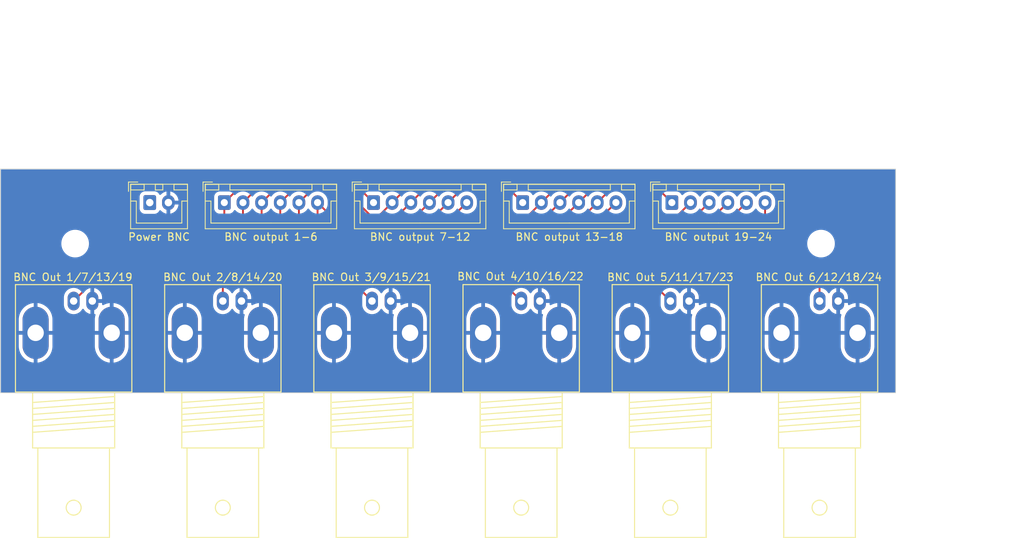
<source format=kicad_pcb>
(kicad_pcb (version 20221018) (generator pcbnew)
  (layers (0 "F.Cu" signal) (31 "B.Cu" signal) (34 "B.Paste" user) (35 "F.Paste" user) (36 "B.SilkS" user "B.Silkscreen") (37 "F.SilkS" user "F.Silkscreen") (38 "B.Mask" user) (39 "F.Mask" user) (44 "Edge.Cuts" user))
  (net 0 "")
  (net 1 "Blanking_Out1")
  (net 2 "Blanking_Out2")
  (net 3 "Blanking_Out3")
  (net 4 "Blanking_Out4")
  (net 5 "Blanking_Out5")
  (net 6 "Blanking_Out6")
  (net 7 "GNDREF")
  (net 8 "5V")
  (footprint "Maxime:BNC_Socket_TYCO-AMP_LargePads" (layer "F.Cu") (at 139.8 77.7 180)
    (fp_text reference "J6" hide)
    (fp_text value "BNC Out 5/11/17/23" (at 0 8.2) (layer "F.SilkS"))
    (fp_line (start -7.80034 -7.2009) (end -7.80034 7.2009) (stroke (width 0.15)) (layer "F.SilkS"))
    (fp_line (start -7.80034 7.2009) (end 7.80034 7.2009) (stroke (width 0.15)) (layer "F.SilkS"))
    (fp_line (start -5.4991 -14.69898) (end -5.4991 -7.2009) (stroke (width 0.15)) (layer "F.SilkS"))
    (fp_line (start -5.4991 -11.80084) (end 5.4991 -12.60094) (stroke (width 0.15)) (layer "F.SilkS"))
    (fp_line (start -5.4991 -11.00074) (end 5.4991 -11.80084) (stroke (width 0.15)) (layer "F.SilkS"))
    (fp_line (start -5.4991 -10.20064) (end 5.4991 -11.00074) (stroke (width 0.15)) (layer "F.SilkS"))
    (fp_line (start -5.4991 -9.40054) (end 5.4991 -10.20064) (stroke (width 0.15)) (layer "F.SilkS"))
    (fp_line (start -5.4991 -8.60044) (end 5.4991 -9.40054) (stroke (width 0.15)) (layer "F.SilkS"))
    (fp_line (start -5.4991 -7.80034) (end 5.4991 -8.60044) (stroke (width 0.15)) (layer "F.SilkS"))
    (fp_line (start -4.8006 -26.70048) (end -4.8006 -14.69898) (stroke (width 0.15)) (layer "F.SilkS"))
    (fp_line (start 4.8006 -26.70048) (end -4.8006 -26.70048) (stroke (width 0.15)) (layer "F.SilkS"))
    (fp_line (start 4.8006 -14.69898) (end 4.8006 -26.70048) (stroke (width 0.15)) (layer "F.SilkS"))
    (fp_line (start 5.4991 -14.69898) (end -5.4991 -14.69898) (stroke (width 0.15)) (layer "F.SilkS"))
    (fp_line (start 5.4991 -7.2009) (end 5.4991 -14.69898) (stroke (width 0.15)) (layer "F.SilkS"))
    (fp_line (start 7.80034 -7.2009) (end -7.80034 -7.2009) (stroke (width 0.15)) (layer "F.SilkS"))
    (fp_line (start 7.80034 7.2009) (end 7.80034 -7.2009) (stroke (width 0.15)) (layer "F.SilkS"))
    (fp_circle (center 0 -22.69998) (end 1.00076 -22.69998) (stroke (width 0.15)) (fill none) (layer "F.SilkS"))
    (pad "1" thru_hole oval (at 0 5.00126 180) (size 1.6002 2.49936) (drill 1.00076) (layers "*.Cu" "*.Mask") (net 5 "Blanking_Out5"))
    (pad "2" thru_hole oval (at -5.09778 0.7366 180) (size 3.50012 7.00024) (drill 2.19964) (layers "*.Cu" "*.Mask") (net 7 "GNDREF"))
    (pad "2" thru_hole oval (at -2.49936 5.00126 180) (size 1.6002 2.49936) (drill 1.00076) (layers "*.Cu" "*.Mask") (net 7 "GNDREF"))
    (pad "2" thru_hole oval (at 5.10032 0.7366 180) (size 3.50012 7.00024) (drill 2.19964) (layers "*.Cu" "*.Mask") (net 7 "GNDREF"))
  )
  (footprint "Connector_JST:JST_XH_B6B-XH-A_1x06_P2.50mm_Vertical" (layer "F.Cu") (at 140 59.5)
    (fp_text reference "J10")
    (fp_text value "BNC output 19-24" (at 6.25 4.6) (layer "F.SilkS"))
    (fp_line (start -2.85 -2.75) (end -2.85 -1.5) (stroke (width 0.12)) (layer "F.SilkS"))
    (fp_line (start -2.56 -2.46) (end -2.56 3.51) (stroke (width 0.12)) (layer "F.SilkS"))
    (fp_line (start -2.56 3.51) (end 15.06 3.51) (stroke (width 0.12)) (layer "F.SilkS"))
    (fp_line (start -2.55 -2.45) (end -2.55 -1.7) (stroke (width 0.12)) (layer "F.SilkS"))
    (fp_line (start -2.55 -1.7) (end -0.75 -1.7) (stroke (width 0.12)) (layer "F.SilkS"))
    (fp_line (start -2.55 -0.2) (end -1.8 -0.2) (stroke (width 0.12)) (layer "F.SilkS"))
    (fp_line (start -1.8 -0.2) (end -1.8 2.75) (stroke (width 0.12)) (layer "F.SilkS"))
    (fp_line (start -1.8 2.75) (end 6.25 2.75) (stroke (width 0.12)) (layer "F.SilkS"))
    (fp_line (start -1.6 -2.75) (end -2.85 -2.75) (stroke (width 0.12)) (layer "F.SilkS"))
    (fp_line (start -0.75 -2.45) (end -2.55 -2.45) (stroke (width 0.12)) (layer "F.SilkS"))
    (fp_line (start -0.75 -1.7) (end -0.75 -2.45) (stroke (width 0.12)) (layer "F.SilkS"))
    (fp_line (start 0.75 -2.45) (end 0.75 -1.7) (stroke (width 0.12)) (layer "F.SilkS"))
    (fp_line (start 0.75 -1.7) (end 11.75 -1.7) (stroke (width 0.12)) (layer "F.SilkS"))
    (fp_line (start 11.75 -2.45) (end 0.75 -2.45) (stroke (width 0.12)) (layer "F.SilkS"))
    (fp_line (start 11.75 -1.7) (end 11.75 -2.45) (stroke (width 0.12)) (layer "F.SilkS"))
    (fp_line (start 13.25 -2.45) (end 13.25 -1.7) (stroke (width 0.12)) (layer "F.SilkS"))
    (fp_line (start 13.25 -1.7) (end 15.05 -1.7) (stroke (width 0.12)) (layer "F.SilkS"))
    (fp_line (start 14.3 -0.2) (end 14.3 2.75) (stroke (width 0.12)) (layer "F.SilkS"))
    (fp_line (start 14.3 2.75) (end 6.25 2.75) (stroke (width 0.12)) (layer "F.SilkS"))
    (fp_line (start 15.05 -2.45) (end 13.25 -2.45) (stroke (width 0.12)) (layer "F.SilkS"))
    (fp_line (start 15.05 -1.7) (end 15.05 -2.45) (stroke (width 0.12)) (layer "F.SilkS"))
    (fp_line (start 15.05 -0.2) (end 14.3 -0.2) (stroke (width 0.12)) (layer "F.SilkS"))
    (fp_line (start 15.06 -2.46) (end -2.56 -2.46) (stroke (width 0.12)) (layer "F.SilkS"))
    (fp_line (start 15.06 3.51) (end 15.06 -2.46) (stroke (width 0.12)) (layer "F.SilkS"))
    (pad "1" thru_hole roundrect (at 0 0) (size 1.7 1.95) (drill 0.95) (layers "*.Cu" "*.Mask") (roundrect_rratio 0.147059) (net 1 "Blanking_Out1"))
    (pad "2" thru_hole oval (at 2.5 0) (size 1.7 1.95) (drill 0.95) (layers "*.Cu" "*.Mask") (net 2 "Blanking_Out2"))
    (pad "3" thru_hole oval (at 5 0) (size 1.7 1.95) (drill 0.95) (layers "*.Cu" "*.Mask") (net 3 "Blanking_Out3"))
    (pad "4" thru_hole oval (at 7.5 0) (size 1.7 1.95) (drill 0.95) (layers "*.Cu" "*.Mask") (net 4 "Blanking_Out4"))
    (pad "5" thru_hole oval (at 10 0) (size 1.7 1.95) (drill 0.95) (layers "*.Cu" "*.Mask") (net 5 "Blanking_Out5"))
    (pad "6" thru_hole oval (at 12.5 0) (size 1.7 1.95) (drill 0.95) (layers "*.Cu" "*.Mask") (net 6 "Blanking_Out6"))
  )
  (footprint "Maxime:BNC_Socket_TYCO-AMP_LargePads" (layer "F.Cu") (at 159.8 77.7 180)
    (fp_text reference "J7" hide)
    (fp_text value "BNC Out 6/12/18/24" (at 0.1 8.2) (layer "F.SilkS"))
    (fp_line (start -7.80034 -7.2009) (end -7.80034 7.2009) (stroke (width 0.15)) (layer "F.SilkS"))
    (fp_line (start -7.80034 7.2009) (end 7.80034 7.2009) (stroke (width 0.15)) (layer "F.SilkS"))
    (fp_line (start -5.4991 -14.69898) (end -5.4991 -7.2009) (stroke (width 0.15)) (layer "F.SilkS"))
    (fp_line (start -5.4991 -11.80084) (end 5.4991 -12.60094) (stroke (width 0.15)) (layer "F.SilkS"))
    (fp_line (start -5.4991 -11.00074) (end 5.4991 -11.80084) (stroke (width 0.15)) (layer "F.SilkS"))
    (fp_line (start -5.4991 -10.20064) (end 5.4991 -11.00074) (stroke (width 0.15)) (layer "F.SilkS"))
    (fp_line (start -5.4991 -9.40054) (end 5.4991 -10.20064) (stroke (width 0.15)) (layer "F.SilkS"))
    (fp_line (start -5.4991 -8.60044) (end 5.4991 -9.40054) (stroke (width 0.15)) (layer "F.SilkS"))
    (fp_line (start -5.4991 -7.80034) (end 5.4991 -8.60044) (stroke (width 0.15)) (layer "F.SilkS"))
    (fp_line (start -4.8006 -26.70048) (end -4.8006 -14.69898) (stroke (width 0.15)) (layer "F.SilkS"))
    (fp_line (start 4.8006 -26.70048) (end -4.8006 -26.70048) (stroke (width 0.15)) (layer "F.SilkS"))
    (fp_line (start 4.8006 -14.69898) (end 4.8006 -26.70048) (stroke (width 0.15)) (layer "F.SilkS"))
    (fp_line (start 5.4991 -14.69898) (end -5.4991 -14.69898) (stroke (width 0.15)) (layer "F.SilkS"))
    (fp_line (start 5.4991 -7.2009) (end 5.4991 -14.69898) (stroke (width 0.15)) (layer "F.SilkS"))
    (fp_line (start 7.80034 -7.2009) (end -7.80034 -7.2009) (stroke (width 0.15)) (layer "F.SilkS"))
    (fp_line (start 7.80034 7.2009) (end 7.80034 -7.2009) (stroke (width 0.15)) (layer "F.SilkS"))
    (fp_circle (center 0 -22.69998) (end 1.00076 -22.69998) (stroke (width 0.15)) (fill none) (layer "F.SilkS"))
    (pad "1" thru_hole oval (at 0 5.00126 180) (size 1.6002 2.49936) (drill 1.00076) (layers "*.Cu" "*.Mask") (net 6 "Blanking_Out6"))
    (pad "2" thru_hole oval (at -5.09778 0.7366 180) (size 3.50012 7.00024) (drill 2.19964) (layers "*.Cu" "*.Mask") (net 7 "GNDREF"))
    (pad "2" thru_hole oval (at -2.49936 5.00126 180) (size 1.6002 2.49936) (drill 1.00076) (layers "*.Cu" "*.Mask") (net 7 "GNDREF"))
    (pad "2" thru_hole oval (at 5.10032 0.7366 180) (size 3.50012 7.00024) (drill 2.19964) (layers "*.Cu" "*.Mask") (net 7 "GNDREF"))
  )
  (footprint "MountingHole:MountingHole_3.2mm_M3" (layer "F.Cu") (at 60 65)
    (fp_text reference "REF**")
    (fp_text value "MountingHole_3.2mm_M3")
    (pad "" np_thru_hole circle (at 0 0) (size 3.2 3.2) (drill 3.2) (layers "*.Cu" "*.Mask"))
  )
  (footprint "Maxime:BNC_Socket_TYCO-AMP_LargePads" (layer "F.Cu") (at 119.8 77.7 180)
    (fp_text reference "J5" hide)
    (fp_text value "BNC Out 4/10/16/22" (at 0.1 8.3) (layer "F.SilkS"))
    (fp_line (start -7.80034 -7.2009) (end -7.80034 7.2009) (stroke (width 0.15)) (layer "F.SilkS"))
    (fp_line (start -7.80034 7.2009) (end 7.80034 7.2009) (stroke (width 0.15)) (layer "F.SilkS"))
    (fp_line (start -5.4991 -14.69898) (end -5.4991 -7.2009) (stroke (width 0.15)) (layer "F.SilkS"))
    (fp_line (start -5.4991 -11.80084) (end 5.4991 -12.60094) (stroke (width 0.15)) (layer "F.SilkS"))
    (fp_line (start -5.4991 -11.00074) (end 5.4991 -11.80084) (stroke (width 0.15)) (layer "F.SilkS"))
    (fp_line (start -5.4991 -10.20064) (end 5.4991 -11.00074) (stroke (width 0.15)) (layer "F.SilkS"))
    (fp_line (start -5.4991 -9.40054) (end 5.4991 -10.20064) (stroke (width 0.15)) (layer "F.SilkS"))
    (fp_line (start -5.4991 -8.60044) (end 5.4991 -9.40054) (stroke (width 0.15)) (layer "F.SilkS"))
    (fp_line (start -5.4991 -7.80034) (end 5.4991 -8.60044) (stroke (width 0.15)) (layer "F.SilkS"))
    (fp_line (start -4.8006 -26.70048) (end -4.8006 -14.69898) (stroke (width 0.15)) (layer "F.SilkS"))
    (fp_line (start 4.8006 -26.70048) (end -4.8006 -26.70048) (stroke (width 0.15)) (layer "F.SilkS"))
    (fp_line (start 4.8006 -14.69898) (end 4.8006 -26.70048) (stroke (width 0.15)) (layer "F.SilkS"))
    (fp_line (start 5.4991 -14.69898) (end -5.4991 -14.69898) (stroke (width 0.15)) (layer "F.SilkS"))
    (fp_line (start 5.4991 -7.2009) (end 5.4991 -14.69898) (stroke (width 0.15)) (layer "F.SilkS"))
    (fp_line (start 7.80034 -7.2009) (end -7.80034 -7.2009) (stroke (width 0.15)) (layer "F.SilkS"))
    (fp_line (start 7.80034 7.2009) (end 7.80034 -7.2009) (stroke (width 0.15)) (layer "F.SilkS"))
    (fp_circle (center 0 -22.69998) (end 1.00076 -22.69998) (stroke (width 0.15)) (fill none) (layer "F.SilkS"))
    (pad "1" thru_hole oval (at 0 5.00126 180) (size 1.6002 2.49936) (drill 1.00076) (layers "*.Cu" "*.Mask") (net 4 "Blanking_Out4"))
    (pad "2" thru_hole oval (at -5.09778 0.7366 180) (size 3.50012 7.00024) (drill 2.19964) (layers "*.Cu" "*.Mask") (net 7 "GNDREF"))
    (pad "2" thru_hole oval (at -2.49936 5.00126 180) (size 1.6002 2.49936) (drill 1.00076) (layers "*.Cu" "*.Mask") (net 7 "GNDREF"))
    (pad "2" thru_hole oval (at 5.10032 0.7366 180) (size 3.50012 7.00024) (drill 2.19964) (layers "*.Cu" "*.Mask") (net 7 "GNDREF"))
  )
  (footprint "Maxime:BNC_Socket_TYCO-AMP_LargePads" (layer "F.Cu") (at 79.8 77.7 180)
    (fp_text reference "J3" hide)
    (fp_text value "BNC Out 2/8/14/20" (at 0 8.2) (layer "F.SilkS"))
    (fp_line (start -7.80034 -7.2009) (end -7.80034 7.2009) (stroke (width 0.15)) (layer "F.SilkS"))
    (fp_line (start -7.80034 7.2009) (end 7.80034 7.2009) (stroke (width 0.15)) (layer "F.SilkS"))
    (fp_line (start -5.4991 -14.69898) (end -5.4991 -7.2009) (stroke (width 0.15)) (layer "F.SilkS"))
    (fp_line (start -5.4991 -11.80084) (end 5.4991 -12.60094) (stroke (width 0.15)) (layer "F.SilkS"))
    (fp_line (start -5.4991 -11.00074) (end 5.4991 -11.80084) (stroke (width 0.15)) (layer "F.SilkS"))
    (fp_line (start -5.4991 -10.20064) (end 5.4991 -11.00074) (stroke (width 0.15)) (layer "F.SilkS"))
    (fp_line (start -5.4991 -9.40054) (end 5.4991 -10.20064) (stroke (width 0.15)) (layer "F.SilkS"))
    (fp_line (start -5.4991 -8.60044) (end 5.4991 -9.40054) (stroke (width 0.15)) (layer "F.SilkS"))
    (fp_line (start -5.4991 -7.80034) (end 5.4991 -8.60044) (stroke (width 0.15)) (layer "F.SilkS"))
    (fp_line (start -4.8006 -26.70048) (end -4.8006 -14.69898) (stroke (width 0.15)) (layer "F.SilkS"))
    (fp_line (start 4.8006 -26.70048) (end -4.8006 -26.70048) (stroke (width 0.15)) (layer "F.SilkS"))
    (fp_line (start 4.8006 -14.69898) (end 4.8006 -26.70048) (stroke (width 0.15)) (layer "F.SilkS"))
    (fp_line (start 5.4991 -14.69898) (end -5.4991 -14.69898) (stroke (width 0.15)) (layer "F.SilkS"))
    (fp_line (start 5.4991 -7.2009) (end 5.4991 -14.69898) (stroke (width 0.15)) (layer "F.SilkS"))
    (fp_line (start 7.80034 -7.2009) (end -7.80034 -7.2009) (stroke (width 0.15)) (layer "F.SilkS"))
    (fp_line (start 7.80034 7.2009) (end 7.80034 -7.2009) (stroke (width 0.15)) (layer "F.SilkS"))
    (fp_circle (center 0 -22.69998) (end 1.00076 -22.69998) (stroke (width 0.15)) (fill none) (layer "F.SilkS"))
    (pad "1" thru_hole oval (at 0 5.00126 180) (size 1.6002 2.49936) (drill 1.00076) (layers "*.Cu" "*.Mask") (net 2 "Blanking_Out2"))
    (pad "2" thru_hole oval (at -5.09778 0.7366 180) (size 3.50012 7.00024) (drill 2.19964) (layers "*.Cu" "*.Mask") (net 7 "GNDREF"))
    (pad "2" thru_hole oval (at -2.49936 5.00126 180) (size 1.6002 2.49936) (drill 1.00076) (layers "*.Cu" "*.Mask") (net 7 "GNDREF"))
    (pad "2" thru_hole oval (at 5.10032 0.7366 180) (size 3.50012 7.00024) (drill 2.19964) (layers "*.Cu" "*.Mask") (net 7 "GNDREF"))
  )
  (footprint "Connector_JST:JST_XH_B6B-XH-A_1x06_P2.50mm_Vertical" (layer "F.Cu") (at 80 59.5)
    (fp_text reference "J1")
    (fp_text value "BNC output 1-6" (at 6.25 4.6) (layer "F.SilkS"))
    (fp_line (start -2.85 -2.75) (end -2.85 -1.5) (stroke (width 0.12)) (layer "F.SilkS"))
    (fp_line (start -2.56 -2.46) (end -2.56 3.51) (stroke (width 0.12)) (layer "F.SilkS"))
    (fp_line (start -2.56 3.51) (end 15.06 3.51) (stroke (width 0.12)) (layer "F.SilkS"))
    (fp_line (start -2.55 -2.45) (end -2.55 -1.7) (stroke (width 0.12)) (layer "F.SilkS"))
    (fp_line (start -2.55 -1.7) (end -0.75 -1.7) (stroke (width 0.12)) (layer "F.SilkS"))
    (fp_line (start -2.55 -0.2) (end -1.8 -0.2) (stroke (width 0.12)) (layer "F.SilkS"))
    (fp_line (start -1.8 -0.2) (end -1.8 2.75) (stroke (width 0.12)) (layer "F.SilkS"))
    (fp_line (start -1.8 2.75) (end 6.25 2.75) (stroke (width 0.12)) (layer "F.SilkS"))
    (fp_line (start -1.6 -2.75) (end -2.85 -2.75) (stroke (width 0.12)) (layer "F.SilkS"))
    (fp_line (start -0.75 -2.45) (end -2.55 -2.45) (stroke (width 0.12)) (layer "F.SilkS"))
    (fp_line (start -0.75 -1.7) (end -0.75 -2.45) (stroke (width 0.12)) (layer "F.SilkS"))
    (fp_line (start 0.75 -2.45) (end 0.75 -1.7) (stroke (width 0.12)) (layer "F.SilkS"))
    (fp_line (start 0.75 -1.7) (end 11.75 -1.7) (stroke (width 0.12)) (layer "F.SilkS"))
    (fp_line (start 11.75 -2.45) (end 0.75 -2.45) (stroke (width 0.12)) (layer "F.SilkS"))
    (fp_line (start 11.75 -1.7) (end 11.75 -2.45) (stroke (width 0.12)) (layer "F.SilkS"))
    (fp_line (start 13.25 -2.45) (end 13.25 -1.7) (stroke (width 0.12)) (layer "F.SilkS"))
    (fp_line (start 13.25 -1.7) (end 15.05 -1.7) (stroke (width 0.12)) (layer "F.SilkS"))
    (fp_line (start 14.3 -0.2) (end 14.3 2.75) (stroke (width 0.12)) (layer "F.SilkS"))
    (fp_line (start 14.3 2.75) (end 6.25 2.75) (stroke (width 0.12)) (layer "F.SilkS"))
    (fp_line (start 15.05 -2.45) (end 13.25 -2.45) (stroke (width 0.12)) (layer "F.SilkS"))
    (fp_line (start 15.05 -1.7) (end 15.05 -2.45) (stroke (width 0.12)) (layer "F.SilkS"))
    (fp_line (start 15.05 -0.2) (end 14.3 -0.2) (stroke (width 0.12)) (layer "F.SilkS"))
    (fp_line (start 15.06 -2.46) (end -2.56 -2.46) (stroke (width 0.12)) (layer "F.SilkS"))
    (fp_line (start 15.06 3.51) (end 15.06 -2.46) (stroke (width 0.12)) (layer "F.SilkS"))
    (pad "1" thru_hole roundrect (at 0 0) (size 1.7 1.95) (drill 0.95) (layers "*.Cu" "*.Mask") (roundrect_rratio 0.1470588235) (net 1 "Blanking_Out1"))
    (pad "2" thru_hole oval (at 2.5 0) (size 1.7 1.95) (drill 0.95) (layers "*.Cu" "*.Mask") (net 2 "Blanking_Out2"))
    (pad "3" thru_hole oval (at 5 0) (size 1.7 1.95) (drill 0.95) (layers "*.Cu" "*.Mask") (net 3 "Blanking_Out3"))
    (pad "4" thru_hole oval (at 7.5 0) (size 1.7 1.95) (drill 0.95) (layers "*.Cu" "*.Mask") (net 4 "Blanking_Out4"))
    (pad "5" thru_hole oval (at 10 0) (size 1.7 1.95) (drill 0.95) (layers "*.Cu" "*.Mask") (net 5 "Blanking_Out5"))
    (pad "6" thru_hole oval (at 12.5 0) (size 1.7 1.95) (drill 0.95) (layers "*.Cu" "*.Mask") (net 6 "Blanking_Out6"))
  )
  (footprint "MountingHole:MountingHole_3.2mm_M3" (layer "F.Cu") (at 160 65)
    (fp_text reference "REF**")
    (fp_text value "MountingHole_3.2mm_M3")
    (pad "" np_thru_hole circle (at 0 0) (size 3.2 3.2) (drill 3.2) (layers "*.Cu" "*.Mask"))
  )
  (footprint "Maxime:BNC_Socket_TYCO-AMP_LargePads" (layer "F.Cu") (at 99.8 77.7 180)
    (fp_text reference "J4" hide)
    (fp_text value "BNC Out 3/9/15/21" (at 0.1 8.2) (layer "F.SilkS"))
    (fp_line (start -7.80034 -7.2009) (end -7.80034 7.2009) (stroke (width 0.15)) (layer "F.SilkS"))
    (fp_line (start -7.80034 7.2009) (end 7.80034 7.2009) (stroke (width 0.15)) (layer "F.SilkS"))
    (fp_line (start -5.4991 -14.69898) (end -5.4991 -7.2009) (stroke (width 0.15)) (layer "F.SilkS"))
    (fp_line (start -5.4991 -11.80084) (end 5.4991 -12.60094) (stroke (width 0.15)) (layer "F.SilkS"))
    (fp_line (start -5.4991 -11.00074) (end 5.4991 -11.80084) (stroke (width 0.15)) (layer "F.SilkS"))
    (fp_line (start -5.4991 -10.20064) (end 5.4991 -11.00074) (stroke (width 0.15)) (layer "F.SilkS"))
    (fp_line (start -5.4991 -9.40054) (end 5.4991 -10.20064) (stroke (width 0.15)) (layer "F.SilkS"))
    (fp_line (start -5.4991 -8.60044) (end 5.4991 -9.40054) (stroke (width 0.15)) (layer "F.SilkS"))
    (fp_line (start -5.4991 -7.80034) (end 5.4991 -8.60044) (stroke (width 0.15)) (layer "F.SilkS"))
    (fp_line (start -4.8006 -26.70048) (end -4.8006 -14.69898) (stroke (width 0.15)) (layer "F.SilkS"))
    (fp_line (start 4.8006 -26.70048) (end -4.8006 -26.70048) (stroke (width 0.15)) (layer "F.SilkS"))
    (fp_line (start 4.8006 -14.69898) (end 4.8006 -26.70048) (stroke (width 0.15)) (layer "F.SilkS"))
    (fp_line (start 5.4991 -14.69898) (end -5.4991 -14.69898) (stroke (width 0.15)) (layer "F.SilkS"))
    (fp_line (start 5.4991 -7.2009) (end 5.4991 -14.69898) (stroke (width 0.15)) (layer "F.SilkS"))
    (fp_line (start 7.80034 -7.2009) (end -7.80034 -7.2009) (stroke (width 0.15)) (layer "F.SilkS"))
    (fp_line (start 7.80034 7.2009) (end 7.80034 -7.2009) (stroke (width 0.15)) (layer "F.SilkS"))
    (fp_circle (center 0 -22.69998) (end 1.00076 -22.69998) (stroke (width 0.15)) (fill none) (layer "F.SilkS"))
    (pad "1" thru_hole oval (at 0 5.00126 180) (size 1.6002 2.49936) (drill 1.00076) (layers "*.Cu" "*.Mask") (net 3 "Blanking_Out3"))
    (pad "2" thru_hole oval (at -5.09778 0.7366 180) (size 3.50012 7.00024) (drill 2.19964) (layers "*.Cu" "*.Mask") (net 7 "GNDREF"))
    (pad "2" thru_hole oval (at -2.49936 5.00126 180) (size 1.6002 2.49936) (drill 1.00076) (layers "*.Cu" "*.Mask") (net 7 "GNDREF"))
    (pad "2" thru_hole oval (at 5.10032 0.7366 180) (size 3.50012 7.00024) (drill 2.19964) (layers "*.Cu" "*.Mask") (net 7 "GNDREF"))
  )
  (footprint "Maxime:BNC_Socket_TYCO-AMP_LargePads" (layer "F.Cu") (at 59.8 77.7 180)
    (fp_text reference "J2" hide)
    (fp_text value "BNC Out 1/7/13/19" (at 0.1 8.2) (layer "F.SilkS"))
    (fp_line (start -7.80034 -7.2009) (end -7.80034 7.2009) (stroke (width 0.15)) (layer "F.SilkS"))
    (fp_line (start -7.80034 7.2009) (end 7.80034 7.2009) (stroke (width 0.15)) (layer "F.SilkS"))
    (fp_line (start -5.4991 -14.69898) (end -5.4991 -7.2009) (stroke (width 0.15)) (layer "F.SilkS"))
    (fp_line (start -5.4991 -11.80084) (end 5.4991 -12.60094) (stroke (width 0.15)) (layer "F.SilkS"))
    (fp_line (start -5.4991 -11.00074) (end 5.4991 -11.80084) (stroke (width 0.15)) (layer "F.SilkS"))
    (fp_line (start -5.4991 -10.20064) (end 5.4991 -11.00074) (stroke (width 0.15)) (layer "F.SilkS"))
    (fp_line (start -5.4991 -9.40054) (end 5.4991 -10.20064) (stroke (width 0.15)) (layer "F.SilkS"))
    (fp_line (start -5.4991 -8.60044) (end 5.4991 -9.40054) (stroke (width 0.15)) (layer "F.SilkS"))
    (fp_line (start -5.4991 -7.80034) (end 5.4991 -8.60044) (stroke (width 0.15)) (layer "F.SilkS"))
    (fp_line (start -4.8006 -26.70048) (end -4.8006 -14.69898) (stroke (width 0.15)) (layer "F.SilkS"))
    (fp_line (start 4.8006 -26.70048) (end -4.8006 -26.70048) (stroke (width 0.15)) (layer "F.SilkS"))
    (fp_line (start 4.8006 -14.69898) (end 4.8006 -26.70048) (stroke (width 0.15)) (layer "F.SilkS"))
    (fp_line (start 5.4991 -14.69898) (end -5.4991 -14.69898) (stroke (width 0.15)) (layer "F.SilkS"))
    (fp_line (start 5.4991 -7.2009) (end 5.4991 -14.69898) (stroke (width 0.15)) (layer "F.SilkS"))
    (fp_line (start 7.80034 -7.2009) (end -7.80034 -7.2009) (stroke (width 0.15)) (layer "F.SilkS"))
    (fp_line (start 7.80034 7.2009) (end 7.80034 -7.2009) (stroke (width 0.15)) (layer "F.SilkS"))
    (fp_circle (center 0 -22.69998) (end 1.00076 -22.69998) (stroke (width 0.15)) (fill none) (layer "F.SilkS"))
    (pad "1" thru_hole oval (at 0 5.00126 180) (size 1.6002 2.49936) (drill 1.00076) (layers "*.Cu" "*.Mask") (net 1 "Blanking_Out1"))
    (pad "2" thru_hole oval (at -5.09778 0.7366 180) (size 3.50012 7.00024) (drill 2.19964) (layers "*.Cu" "*.Mask") (net 7 "GNDREF"))
    (pad "2" thru_hole oval (at -2.49936 5.00126 180) (size 1.6002 2.49936) (drill 1.00076) (layers "*.Cu" "*.Mask") (net 7 "GNDREF"))
    (pad "2" thru_hole oval (at 5.10032 0.7366 180) (size 3.50012 7.00024) (drill 2.19964) (layers "*.Cu" "*.Mask") (net 7 "GNDREF"))
  )
  (footprint "Connector_JST:JST_XH_B6B-XH-A_1x06_P2.50mm_Vertical" (layer "F.Cu") (at 100 59.5)
    (fp_text reference "J8")
    (fp_text value "BNC output 7-12" (at 6.25 4.6) (layer "F.SilkS"))
    (fp_line (start -2.85 -2.75) (end -2.85 -1.5) (stroke (width 0.12)) (layer "F.SilkS"))
    (fp_line (start -2.56 -2.46) (end -2.56 3.51) (stroke (width 0.12)) (layer "F.SilkS"))
    (fp_line (start -2.56 3.51) (end 15.06 3.51) (stroke (width 0.12)) (layer "F.SilkS"))
    (fp_line (start -2.55 -2.45) (end -2.55 -1.7) (stroke (width 0.12)) (layer "F.SilkS"))
    (fp_line (start -2.55 -1.7) (end -0.75 -1.7) (stroke (width 0.12)) (layer "F.SilkS"))
    (fp_line (start -2.55 -0.2) (end -1.8 -0.2) (stroke (width 0.12)) (layer "F.SilkS"))
    (fp_line (start -1.8 -0.2) (end -1.8 2.75) (stroke (width 0.12)) (layer "F.SilkS"))
    (fp_line (start -1.8 2.75) (end 6.25 2.75) (stroke (width 0.12)) (layer "F.SilkS"))
    (fp_line (start -1.6 -2.75) (end -2.85 -2.75) (stroke (width 0.12)) (layer "F.SilkS"))
    (fp_line (start -0.75 -2.45) (end -2.55 -2.45) (stroke (width 0.12)) (layer "F.SilkS"))
    (fp_line (start -0.75 -1.7) (end -0.75 -2.45) (stroke (width 0.12)) (layer "F.SilkS"))
    (fp_line (start 0.75 -2.45) (end 0.75 -1.7) (stroke (width 0.12)) (layer "F.SilkS"))
    (fp_line (start 0.75 -1.7) (end 11.75 -1.7) (stroke (width 0.12)) (layer "F.SilkS"))
    (fp_line (start 11.75 -2.45) (end 0.75 -2.45) (stroke (width 0.12)) (layer "F.SilkS"))
    (fp_line (start 11.75 -1.7) (end 11.75 -2.45) (stroke (width 0.12)) (layer "F.SilkS"))
    (fp_line (start 13.25 -2.45) (end 13.25 -1.7) (stroke (width 0.12)) (layer "F.SilkS"))
    (fp_line (start 13.25 -1.7) (end 15.05 -1.7) (stroke (width 0.12)) (layer "F.SilkS"))
    (fp_line (start 14.3 -0.2) (end 14.3 2.75) (stroke (width 0.12)) (layer "F.SilkS"))
    (fp_line (start 14.3 2.75) (end 6.25 2.75) (stroke (width 0.12)) (layer "F.SilkS"))
    (fp_line (start 15.05 -2.45) (end 13.25 -2.45) (stroke (width 0.12)) (layer "F.SilkS"))
    (fp_line (start 15.05 -1.7) (end 15.05 -2.45) (stroke (width 0.12)) (layer "F.SilkS"))
    (fp_line (start 15.05 -0.2) (end 14.3 -0.2) (stroke (width 0.12)) (layer "F.SilkS"))
    (fp_line (start 15.06 -2.46) (end -2.56 -2.46) (stroke (width 0.12)) (layer "F.SilkS"))
    (fp_line (start 15.06 3.51) (end 15.06 -2.46) (stroke (width 0.12)) (layer "F.SilkS"))
    (pad "1" thru_hole roundrect (at 0 0) (size 1.7 1.95) (drill 0.95) (layers "*.Cu" "*.Mask") (roundrect_rratio 0.1470588235) (net 1 "Blanking_Out1"))
    (pad "2" thru_hole oval (at 2.5 0) (size 1.7 1.95) (drill 0.95) (layers "*.Cu" "*.Mask") (net 2 "Blanking_Out2"))
    (pad "3" thru_hole oval (at 5 0) (size 1.7 1.95) (drill 0.95) (layers "*.Cu" "*.Mask") (net 3 "Blanking_Out3"))
    (pad "4" thru_hole oval (at 7.5 0) (size 1.7 1.95) (drill 0.95) (layers "*.Cu" "*.Mask") (net 4 "Blanking_Out4"))
    (pad "5" thru_hole oval (at 10 0) (size 1.7 1.95) (drill 0.95) (layers "*.Cu" "*.Mask") (net 5 "Blanking_Out5"))
    (pad "6" thru_hole oval (at 12.5 0) (size 1.7 1.95) (drill 0.95) (layers "*.Cu" "*.Mask") (net 6 "Blanking_Out6"))
  )
  (footprint "Connector_JST:JST_XH_B6B-XH-A_1x06_P2.50mm_Vertical" (layer "F.Cu") (at 120 59.5)
    (fp_text reference "J9")
    (fp_text value "BNC output 13-18" (at 6.25 4.6) (layer "F.SilkS"))
    (fp_line (start -2.85 -2.75) (end -2.85 -1.5) (stroke (width 0.12)) (layer "F.SilkS"))
    (fp_line (start -2.56 -2.46) (end -2.56 3.51) (stroke (width 0.12)) (layer "F.SilkS"))
    (fp_line (start -2.56 3.51) (end 15.06 3.51) (stroke (width 0.12)) (layer "F.SilkS"))
    (fp_line (start -2.55 -2.45) (end -2.55 -1.7) (stroke (width 0.12)) (layer "F.SilkS"))
    (fp_line (start -2.55 -1.7) (end -0.75 -1.7) (stroke (width 0.12)) (layer "F.SilkS"))
    (fp_line (start -2.55 -0.2) (end -1.8 -0.2) (stroke (width 0.12)) (layer "F.SilkS"))
    (fp_line (start -1.8 -0.2) (end -1.8 2.75) (stroke (width 0.12)) (layer "F.SilkS"))
    (fp_line (start -1.8 2.75) (end 6.25 2.75) (stroke (width 0.12)) (layer "F.SilkS"))
    (fp_line (start -1.6 -2.75) (end -2.85 -2.75) (stroke (width 0.12)) (layer "F.SilkS"))
    (fp_line (start -0.75 -2.45) (end -2.55 -2.45) (stroke (width 0.12)) (layer "F.SilkS"))
    (fp_line (start -0.75 -1.7) (end -0.75 -2.45) (stroke (width 0.12)) (layer "F.SilkS"))
    (fp_line (start 0.75 -2.45) (end 0.75 -1.7) (stroke (width 0.12)) (layer "F.SilkS"))
    (fp_line (start 0.75 -1.7) (end 11.75 -1.7) (stroke (width 0.12)) (layer "F.SilkS"))
    (fp_line (start 11.75 -2.45) (end 0.75 -2.45) (stroke (width 0.12)) (layer "F.SilkS"))
    (fp_line (start 11.75 -1.7) (end 11.75 -2.45) (stroke (width 0.12)) (layer "F.SilkS"))
    (fp_line (start 13.25 -2.45) (end 13.25 -1.7) (stroke (width 0.12)) (layer "F.SilkS"))
    (fp_line (start 13.25 -1.7) (end 15.05 -1.7) (stroke (width 0.12)) (layer "F.SilkS"))
    (fp_line (start 14.3 -0.2) (end 14.3 2.75) (stroke (width 0.12)) (layer "F.SilkS"))
    (fp_line (start 14.3 2.75) (end 6.25 2.75) (stroke (width 0.12)) (layer "F.SilkS"))
    (fp_line (start 15.05 -2.45) (end 13.25 -2.45) (stroke (width 0.12)) (layer "F.SilkS"))
    (fp_line (start 15.05 -1.7) (end 15.05 -2.45) (stroke (width 0.12)) (layer "F.SilkS"))
    (fp_line (start 15.05 -0.2) (end 14.3 -0.2) (stroke (width 0.12)) (layer "F.SilkS"))
    (fp_line (start 15.06 -2.46) (end -2.56 -2.46) (stroke (width 0.12)) (layer "F.SilkS"))
    (fp_line (start 15.06 3.51) (end 15.06 -2.46) (stroke (width 0.12)) (layer "F.SilkS"))
    (pad "1" thru_hole roundrect (at 0 0) (size 1.7 1.95) (drill 0.95) (layers "*.Cu" "*.Mask") (roundrect_rratio 0.1470588235) (net 1 "Blanking_Out1"))
    (pad "2" thru_hole oval (at 2.5 0) (size 1.7 1.95) (drill 0.95) (layers "*.Cu" "*.Mask") (net 2 "Blanking_Out2"))
    (pad "3" thru_hole oval (at 5 0) (size 1.7 1.95) (drill 0.95) (layers "*.Cu" "*.Mask") (net 3 "Blanking_Out3"))
    (pad "4" thru_hole oval (at 7.5 0) (size 1.7 1.95) (drill 0.95) (layers "*.Cu" "*.Mask") (net 4 "Blanking_Out4"))
    (pad "5" thru_hole oval (at 10 0) (size 1.7 1.95) (drill 0.95) (layers "*.Cu" "*.Mask") (net 5 "Blanking_Out5"))
    (pad "6" thru_hole oval (at 12.5 0) (size 1.7 1.95) (drill 0.95) (layers "*.Cu" "*.Mask") (net 6 "Blanking_Out6"))
  )
  (footprint "Connector_JST:JST_XH_B2B-XH-A_1x02_P2.50mm_Vertical" (layer "F.Cu") (at 70 59.5)
    (fp_text reference "J11")
    (fp_text value "Power BNC" (at 1.25 4.6) (layer "F.SilkS"))
    (fp_line (start -2.85 -2.75) (end -2.85 -1.5) (stroke (width 0.12)) (layer "F.SilkS"))
    (fp_line (start -2.56 -2.46) (end -2.56 3.51) (stroke (width 0.12)) (layer "F.SilkS"))
    (fp_line (start -2.56 3.51) (end 5.06 3.51) (stroke (width 0.12)) (layer "F.SilkS"))
    (fp_line (start -2.55 -2.45) (end -2.55 -1.7) (stroke (width 0.12)) (layer "F.SilkS"))
    (fp_line (start -2.55 -1.7) (end -0.75 -1.7) (stroke (width 0.12)) (layer "F.SilkS"))
    (fp_line (start -2.55 -0.2) (end -1.8 -0.2) (stroke (width 0.12)) (layer "F.SilkS"))
    (fp_line (start -1.8 -0.2) (end -1.8 2.75) (stroke (width 0.12)) (layer "F.SilkS"))
    (fp_line (start -1.8 2.75) (end 1.25 2.75) (stroke (width 0.12)) (layer "F.SilkS"))
    (fp_line (start -1.6 -2.75) (end -2.85 -2.75) (stroke (width 0.12)) (layer "F.SilkS"))
    (fp_line (start -0.75 -2.45) (end -2.55 -2.45) (stroke (width 0.12)) (layer "F.SilkS"))
    (fp_line (start -0.75 -1.7) (end -0.75 -2.45) (stroke (width 0.12)) (layer "F.SilkS"))
    (fp_line (start 0.75 -2.45) (end 0.75 -1.7) (stroke (width 0.12)) (layer "F.SilkS"))
    (fp_line (start 0.75 -1.7) (end 1.75 -1.7) (stroke (width 0.12)) (layer "F.SilkS"))
    (fp_line (start 1.75 -2.45) (end 0.75 -2.45) (stroke (width 0.12)) (layer "F.SilkS"))
    (fp_line (start 1.75 -1.7) (end 1.75 -2.45) (stroke (width 0.12)) (layer "F.SilkS"))
    (fp_line (start 3.25 -2.45) (end 3.25 -1.7) (stroke (width 0.12)) (layer "F.SilkS"))
    (fp_line (start 3.25 -1.7) (end 5.05 -1.7) (stroke (width 0.12)) (layer "F.SilkS"))
    (fp_line (start 4.3 -0.2) (end 4.3 2.75) (stroke (width 0.12)) (layer "F.SilkS"))
    (fp_line (start 4.3 2.75) (end 1.25 2.75) (stroke (width 0.12)) (layer "F.SilkS"))
    (fp_line (start 5.05 -2.45) (end 3.25 -2.45) (stroke (width 0.12)) (layer "F.SilkS"))
    (fp_line (start 5.05 -1.7) (end 5.05 -2.45) (stroke (width 0.12)) (layer "F.SilkS"))
    (fp_line (start 5.05 -0.2) (end 4.3 -0.2) (stroke (width 0.12)) (layer "F.SilkS"))
    (fp_line (start 5.06 -2.46) (end -2.56 -2.46) (stroke (width 0.12)) (layer "F.SilkS"))
    (fp_line (start 5.06 3.51) (end 5.06 -2.46) (stroke (width 0.12)) (layer "F.SilkS"))
    (pad "1" thru_hole roundrect (at 0 0) (size 1.7 2) (drill 1) (layers "*.Cu" "*.Mask") (roundrect_rratio 0.1470588235) (net 8 "5V"))
    (pad "2" thru_hole oval (at 2.5 0) (size 1.7 2) (drill 1) (layers "*.Cu" "*.Mask") (net 7 "GNDREF"))
  )
  (gr_rect (start 50 55) (end 170 85) (stroke (width 0.1)) (fill none) (layer "Edge.Cuts"))
  (segment (start 137.5 57) (end 140 59.5) (width 0.25) (layer "F.Cu") (net 1))
  (segment (start 100 59.5) (end 97.65 57.15) (width 0.25) (layer "F.Cu") (net 1))
  (segment (start 84.975 55.5) (end 85.525 55.5) (width 0.25) (layer "F.Cu") (net 1))
  (segment (start 133.125 55.5) (end 133.15 55.5) (width 0.25) (layer "F.Cu") (net 1))
  (segment (start 137.5 57) (end 136 55.5) (width 0.25) (layer "F.Cu") (net 1))
  (segment (start 66.59874 65.9) (end 77.375 65.9) (width 0.25) (layer "F.Cu") (net 1))
  (segment (start 116 55.5) (end 118.275 57.775) (width 0.25) (layer "F.Cu") (net 1))
  (segment (start 96 55.5) (end 97.65 57.15) (width 0.25) (layer "F.Cu") (net 1))
  (segment (start 94.975 55.5) (end 105.175 55.5) (width 0.25) (layer "F.Cu") (net 1))
  (segment (start 86.3 55.5) (end 88.9 55.5) (width 0.25) (layer "F.Cu") (net 1))
  (segment (start 115.35 55.5) (end 133.125 55.5) (width 0.25) (layer "F.Cu") (net 1))
  (segment (start 109.9 55.5) (end 113.7 55.5) (width 0.25) (layer "F.Cu") (net 1))
  (segment (start 82.3 57.2) (end 83.125 56.375) (width 0.25) (layer "F.Cu") (net 1))
  (segment (start 94.575 55.5) (end 94.975 55.5) (width 0.25) (layer "F.Cu") (net 1))
  (segment (start 136 55.5) (end 133.125 55.5) (width 0.25) (layer "F.Cu") (net 1))
  (segment (start 80 63.275) (end 80 59.5) (width 0.25) (layer "F.Cu") (net 1))
  (segment (start 120 59.5) (end 118.275 57.775) (width 0.25) (layer "F.Cu") (net 1))
  (segment (start 82.3 57.2) (end 84 55.5) (width 0.25) (layer "F.Cu") (net 1))
  (segment (start 133.15 55.5) (end 135.575 55.5) (width 0.25) (layer "F.Cu") (net 1))
  (segment (start 136.225 55.725) (end 137.5 57) (width 0.25) (layer "F.Cu") (net 1))
  (segment (start 80 59.5) (end 82.3 57.2) (width 0.25) (layer "F.Cu") (net 1))
  (segment (start 86.3 55.5) (end 94.575 55.5) (width 0.25) (layer "F.Cu") (net 1))
  (segment (start 113.7 55.5) (end 116 55.5) (width 0.25) (layer "F.Cu") (net 1))
  (segment (start 85.525 55.5) (end 86.3 55.5) (width 0.25) (layer "F.Cu") (net 1))
  (segment (start 105.175 55.5) (end 109.9 55.5) (width 0.25) (layer "F.Cu") (net 1))
  (segment (start 77.375 65.9) (end 80 63.275) (width 0.25) (layer "F.Cu") (net 1))
  (segment (start 115.8 55.5) (end 115.35 55.5) (width 0.25) (layer "F.Cu") (net 1))
  (segment (start 97.65 57.15) (end 96.8 56.3) (width 0.25) (layer "F.Cu") (net 1))
  (segment (start 94.575 55.5) (end 96 55.5) (width 0.25) (layer "F.Cu") (net 1))
  (segment (start 109.9 55.5) (end 111.3 55.5) (width 0.25) (layer "F.Cu") (net 1))
  (segment (start 133.15 55.5) (end 134.3 55.5) (width 0.25) (layer "F.Cu") (net 1))
  (segment (start 84 55.5) (end 85.525 55.5) (width 0.25) (layer "F.Cu") (net 1))
  (segment (start 118.275 57.775) (end 117.25 56.75) (width 0.25) (layer "F.Cu") (net 1))
  (segment (start 113.7 55.5) (end 115.35 55.5) (width 0.25) (layer "F.Cu") (net 1))
  (segment (start 59.8 72.69874) (end 66.59874 65.9) (width 0.25) (layer "F.Cu") (net 1))
  (segment (start 113.825 55.95) (end 119.175 61.3) (width 0.25) (layer "F.Cu") (net 2))
  (segment (start 102.5 59.5) (end 100.7 61.3) (width 0.25) (layer "F.Cu") (net 2))
  (segment (start 87.85 55.95) (end 94.311826 55.95) (width 0.25) (layer "F.Cu") (net 2))
  (segment (start 120.7 61.3) (end 122.5 59.5) (width 0.25) (layer "F.Cu") (net 2))
  (segment (start 138.95 61.3) (end 133.6 55.95) (width 0.25) (layer "F.Cu") (net 2))
  (segment (start 140.7 61.3) (end 138.95 61.3) (width 0.25) (layer "F.Cu") (net 2))
  (segment (start 82.5 59.5) (end 82.5 63.375) (width 0.25) (layer "F.Cu") (net 2))
  (segment (start 133.6 55.95) (end 126.05 55.95) (width 0.25) (layer "F.Cu") (net 2))
  (segment (start 99.661826 61.3) (end 100.375 61.3) (width 0.25) (layer "F.Cu") (net 2))
  (segment (start 82.5 59.5) (end 86.05 55.95) (width 0.25) (layer "F.Cu") (net 2))
  (segment (start 107.525 55.95) (end 113.825 55.95) (width 0.25) (layer "F.Cu") (net 2))
  (segment (start 119.175 61.3) (end 120.7 61.3) (width 0.25) (layer "F.Cu") (net 2))
  (segment (start 79.8 66.075) (end 79.8 72.69874) (width 0.25) (layer "F.Cu") (net 2))
  (segment (start 100.7 61.3) (end 100.375 61.3) (width 0.25) (layer "F.Cu") (net 2))
  (segment (start 126.05 55.95) (end 122.5 59.5) (width 0.25) (layer "F.Cu") (net 2))
  (segment (start 102.5 59.5) (end 106.05 55.95) (width 0.25) (layer "F.Cu") (net 2))
  (segment (start 106.05 55.95) (end 107.525 55.95) (width 0.25) (layer "F.Cu") (net 2))
  (segment (start 86.05 55.95) (end 87.85 55.95) (width 0.25) (layer "F.Cu") (net 2))
  (segment (start 142.5 59.5) (end 140.7 61.3) (width 0.25) (layer "F.Cu") (net 2))
  (segment (start 94.311826 55.95) (end 99.661826 61.3) (width 0.25) (layer "F.Cu") (net 2))
  (segment (start 122.5 60.3) (end 122.5 59.5) (width 0.25) (layer "F.Cu") (net 2))
  (segment (start 82.5 63.375) (end 79.8 66.075) (width 0.25) (layer "F.Cu") (net 2))
  (segment (start 133.413604 56.4) (end 128.1 56.4) (width 0.25) (layer "F.Cu") (net 3))
  (segment (start 99.47543 61.75) (end 94.12543 56.4) (width 0.25) (layer "F.Cu") (net 3))
  (segment (start 88.1 56.4) (end 89.2 56.4) (width 0.25) (layer "F.Cu") (net 3))
  (segment (start 99.8 71.7) (end 99.8 72.69874) (width 0.25) (layer "F.Cu") (net 3))
  (segment (start 108.1 56.4) (end 108.775 56.4) (width 0.25) (layer "F.Cu") (net 3))
  (segment (start 91.75 70.1) (end 93.85 70.1) (width 0.25) (layer "F.Cu") (net 3))
  (segment (start 113.638604 56.4) (end 108.775 56.4) (width 0.25) (layer "F.Cu") (net 3))
  (segment (start 125 59.5) (end 122.75 61.75) (width 0.25) (layer "F.Cu") (net 3))
  (segment (start 97.20126 70.1) (end 99.8 72.69874) (width 0.25) (layer "F.Cu") (net 3))
  (segment (start 122.75 61.75) (end 118.988604 61.75) (width 0.25) (layer "F.Cu") (net 3))
  (segment (start 118.988604 61.75) (end 113.638604 56.4) (width 0.25) (layer "F.Cu") (net 3))
  (segment (start 128.1 56.4) (end 125.318198 59.181802) (width 0.25) (layer "F.Cu") (net 3))
  (segment (start 94.12543 56.4) (end 89.2 56.4) (width 0.25) (layer "F.Cu") (net 3))
  (segment (start 85 59.5) (end 88.1 56.4) (width 0.25) (layer "F.Cu") (net 3))
  (segment (start 89.4625 67.8125) (end 90.8 69.15) (width 0.25) (layer "F.Cu") (net 3))
  (segment (start 85 59.5) (end 85 63.35) (width 0.25) (layer "F.Cu") (net 3))
  (segment (start 100.625 61.75) (end 99.47543 61.75) (width 0.25) (layer "F.Cu") (net 3))
  (segment (start 145 59.5) (end 142.75 61.75) (width 0.25) (layer "F.Cu") (net 3))
  (segment (start 142.75 61.75) (end 138.763604 61.75) (width 0.25) (layer "F.Cu") (net 3))
  (segment (start 105 59.5) (end 108.1 56.4) (width 0.25) (layer "F.Cu") (net 3))
  (segment (start 102.75 61.75) (end 100.625 61.75) (width 0.25) (layer "F.Cu") (net 3))
  (segment (start 89.4625 67.8125) (end 91.75 70.1) (width 0.25) (layer "F.Cu") (net 3))
  (segment (start 85 63.35) (end 89.4625 67.8125) (width 0.25) (layer "F.Cu") (net 3))
  (segment (start 138.763604 61.75) (end 133.413604 56.4) (width 0.25) (layer "F.Cu") (net 3))
  (segment (start 105 59.5) (end 102.75 61.75) (width 0.25) (layer "F.Cu") (net 3))
  (segment (start 93.85 70.1) (end 97.20126 70.1) (width 0.25) (layer "F.Cu") (net 3))
  (segment (start 104.8 62.2) (end 100.2 62.2) (width 0.25) (layer "F.Cu") (net 4))
  (segment (start 130.15 56.85) (end 127.5 59.5) (width 0.25) (layer "F.Cu") (net 4))
  (segment (start 147.5 59.5) (end 144.8 62.2) (width 0.25) (layer "F.Cu") (net 4))
  (segment (start 93.939034 56.85) (end 90.55 56.85) (width 0.25) (layer "F.Cu") (net 4))
  (segment (start 127.5 59.5) (end 124.8 62.2) (width 0.25) (layer "F.Cu") (net 4))
  (segment (start 118.575 62.2) (end 119.075 62.2) (width 0.25) (layer "F.Cu") (net 4))
  (segment (start 90.15 56.85) (end 90.55 56.85) (width 0.25) (layer "F.Cu") (net 4))
  (segment (start 144.8 62.2) (end 138.577208 62.2) (width 0.25) (layer "F.Cu") (net 4))
  (segment (start 138.577208 62.2) (end 133.227208 56.85) (width 0.25) (layer "F.Cu") (net 4))
  (segment (start 93.85 69.65) (end 95.3 69.65) (width 0.25) (layer "F.Cu") (net 4))
  (segment (start 87.5 63.3) (end 93.85 69.65) (width 0.25) (layer "F.Cu") (net 4))
  (segment (start 133.227208 56.85) (end 130.15 56.85) (width 0.25) (layer "F.Cu") (net 4))
  (segment (start 113.225 56.85) (end 118.575 62.2) (width 0.25) (layer "F.Cu") (net 4))
  (segment (start 100.2 62.2) (end 99.289034 62.2) (width 0.25) (layer "F.Cu") (net 4))
  (segment (start 110.15 56.85) (end 111.55 56.85) (width 0.25) (layer "F.Cu") (net 4))
  (segment (start 97.975 69.65) (end 97.527208 69.65) (width 0.25) (layer "F.Cu") (net 4))
  (segment (start 107.5 59.5) (end 104.8 62.2) (width 0.25) (layer "F.Cu") (net 4))
  (segment (start 107.5 59.5) (end 110.15 56.85) (width 0.25) (layer "F.Cu") (net 4))
  (segment (start 99.289034 62.2) (end 93.939034 56.85) (width 0.25) (layer "F.Cu") (net 4))
  (segment (start 87.5 59.5) (end 87.5 63.3) (width 0.25) (layer "F.Cu") (net 4))
  (segment (start 87.5 59.622792) (end 87.5 59.5) (width 0.25) (layer "F.Cu") (net 4))
  (segment (start 95.3 69.65) (end 97.975 69.65) (width 0.25) (layer "F.Cu") (net 4))
  (segment (start 116.75126 69.65) (end 119.8 72.69874) (width 0.25) (layer "F.Cu") (net 4))
  (segment (start 87.5 59.5) (end 90.15 56.85) (width 0.25) (layer "F.Cu") (net 4))
  (segment (start 97.975 69.65) (end 116.75126 69.65) (width 0.25) (layer "F.Cu") (net 4))
  (segment (start 124.8 62.2) (end 119.075 62.2) (width 0.25) (layer "F.Cu") (net 4))
  (segment (start 111.55 56.85) (end 113.225 56.85) (width 0.25) (layer "F.Cu") (net 4))
  (segment (start 132.2 57.3) (end 130 59.5) (width 0.25) (layer "F.Cu") (net 5))
  (segment (start 112.5 57.4) (end 113.138604 57.4) (width 0.25) (layer "F.Cu") (net 5))
  (segment (start 142.325 62.65) (end 138.390812 62.65) (width 0.25) (layer "F.Cu") (net 5))
  (segment (start 136.30126 69.2) (end 139.8 72.69874) (width 0.25) (layer "F.Cu") (net 5))
  (segment (start 150 59.5) (end 146.85 62.65) (width 0.25) (layer "F.Cu") (net 5))
  (segment (start 90 59.5) (end 90 63.425) (width 0.25) (layer "F.Cu") (net 5))
  (segment (start 110 59.5) (end 106.85 62.65) (width 0.25) (layer "F.Cu") (net 5))
  (segment (start 138.390812 62.65) (end 133.040812 57.3) (width 0.25) (layer "F.Cu") (net 5))
  (segment (start 110 59.5) (end 112.1 57.4) (width 0.25) (layer "F.Cu") (net 5))
  (segment (start 90 63.425) (end 95.775 69.2) (width 0.25) (layer "F.Cu") (net 5))
  (segment (start 126.85 62.65) (end 118.7 62.65) (width 0.25) (layer "F.Cu") (net 5))
  (segment (start 118.388604 62.65) (end 118.7 62.65) (width 0.25) (layer "F.Cu") (net 5))
  (segment (start 95.775 69.2) (end 136.30126 69.2) (width 0.25) (layer "F.Cu") (net 5))
  (segment (start 113.138604 57.4) (end 118.388604 62.65) (width 0.25) (layer "F.Cu") (net 5))
  (segment (start 130 59.5) (end 126.85 62.65) (width 0.25) (layer "F.Cu") (net 5))
  (segment (start 92.2 57.3) (end 90 59.5) (width 0.25) (layer "F.Cu") (net 5))
  (segment (start 106.85 62.65) (end 100 62.65) (width 0.25) (layer "F.Cu") (net 5))
  (segment (start 112.1 57.4) (end 112.5 57.4) (width 0.25) (layer "F.Cu") (net 5))
  (segment (start 133.040812 57.3) (end 132.2 57.3) (width 0.25) (layer "F.Cu") (net 5))
  (segment (start 99.102638 62.65) (end 93.752638 57.3) (width 0.25) (layer "F.Cu") (net 5))
  (segment (start 100 62.65) (end 99.102638 62.65) (width 0.25) (layer "F.Cu") (net 5))
  (segment (start 93.752638 57.3) (end 92.2 57.3) (width 0.25) (layer "F.Cu") (net 5))
  (segment (start 142.325 62.65) (end 143.25 62.65) (width 0.25) (layer "F.Cu") (net 5))
  (segment (start 146.85 62.65) (end 142.325 62.65) (width 0.25) (layer "F.Cu") (net 5))
  (segment (start 132.5 59.5) (end 128.9 63.1) (width 0.25) (layer "F.Cu") (net 6))
  (segment (start 152.5 63.325) (end 152.8125 63.6375) (width 0.25) (layer "F.Cu") (net 6))
  (segment (start 104.1 68.75) (end 117.9 68.75) (width 0.25) (layer "F.Cu") (net 6))
  (segment (start 128.9 63.1) (end 106.3 63.1) (width 0.25) (layer "F.Cu") (net 6))
  (segment (start 152.8125 63.6375) (end 158.525 69.35) (width 0.25) (layer "F.Cu") (net 6))
  (segment (start 128.9 63.1) (end 152.275 63.1) (width 0.25) (layer "F.Cu") (net 6))
  (segment (start 97.9 68.75) (end 99.05 68.75) (width 0.25) (layer "F.Cu") (net 6))
  (segment (start 96.1 63.1) (end 92.5 59.5) (width 0.25) (layer "F.Cu") (net 6))
  (segment (start 152.275 63.1) (end 152.8125 63.6375) (width 0.25) (layer "F.Cu") (net 6))
  (segment (start 112.5 59.5) (end 108.9 63.1) (width 0.25) (layer "F.Cu") (net 6))
  (segment (start 106.3 63.1) (end 96.1 63.1) (width 0.25) (layer "F.Cu") (net 6))
  (segment (start 152.5 59.5) (end 152.5 63.325) (width 0.25) (layer "F.Cu") (net 6))
  (segment (start 108.9 63.1) (end 106.3 63.1) (width 0.25) (layer "F.Cu") (net 6))
  (segment (start 158.525 69.35) (end 159.8 70.625) (width 0.25) (layer "F.Cu") (net 6))
  (segment (start 157.925 68.75) (end 158.525 69.35) (width 0.25) (layer "F.Cu") (net 6))
  (segment (start 159.8 70.625) (end 159.8 72.69874) (width 0.25) (layer "F.Cu") (net 6))
  (segment (start 126.6 68.75) (end 137.9 68.75) (width 0.25) (layer "F.Cu") (net 6))
  (segment (start 92.5 59.5) (end 92.5 63.35) (width 0.25) (layer "F.Cu") (net 6))
  (segment (start 117.9 68.75) (end 126.6 68.75) (width 0.25) (layer "F.Cu") (net 6))
  (segment (start 92.5 63.35) (end 97.9 68.75) (width 0.25) (layer "F.Cu") (net 6))
  (segment (start 137.9 68.75) (end 157.925 68.75) (width 0.25) (layer "F.Cu") (net 6))
  (segment (start 99.05 68.75) (end 104.1 68.75) (width 0.25) (layer "F.Cu") (net 6))
  (zone (net 7) (net_name "GNDREF") (layer "B.Cu") (connect_pads (clearance 0.508)) (min_thickness 0.254) (fill yes (thermal_gap 0.508) (thermal_bridge_width 0.508))
    (polygon (pts (xy 170 85) (xy 50 85) (xy 50 55) (xy 170 55)))
  )
)
</source>
